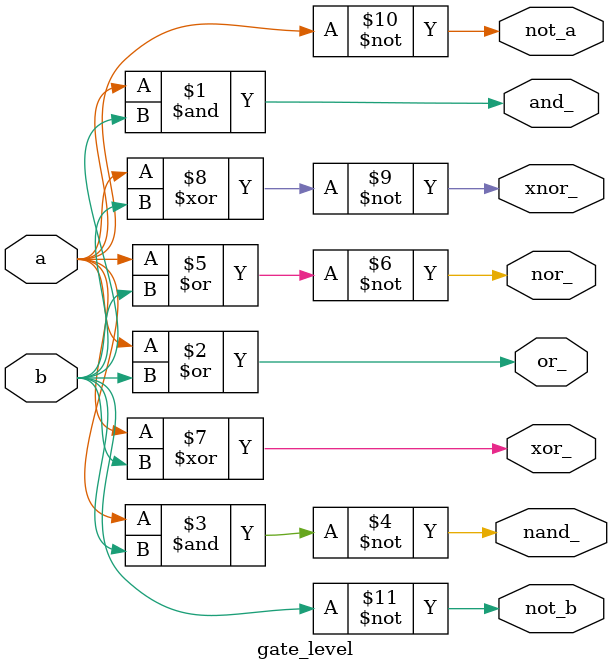
<source format=v>
module gate_level(
        input a,b,
        output and_, or_, not_a, not_b, nand_, nor_,xor_,xnor_
        );

and andgate(and_,a,b);
or orgate(or_,a,b);
not nota(not_a,a);
not notb(not_b,b);
nand nandgate(nand_,a,b);
nor norgate(nor_,a,b);
xor xorgate(xor_,a,b);
xnor xnorgate(xnor_,a,b);


endmodule
</source>
